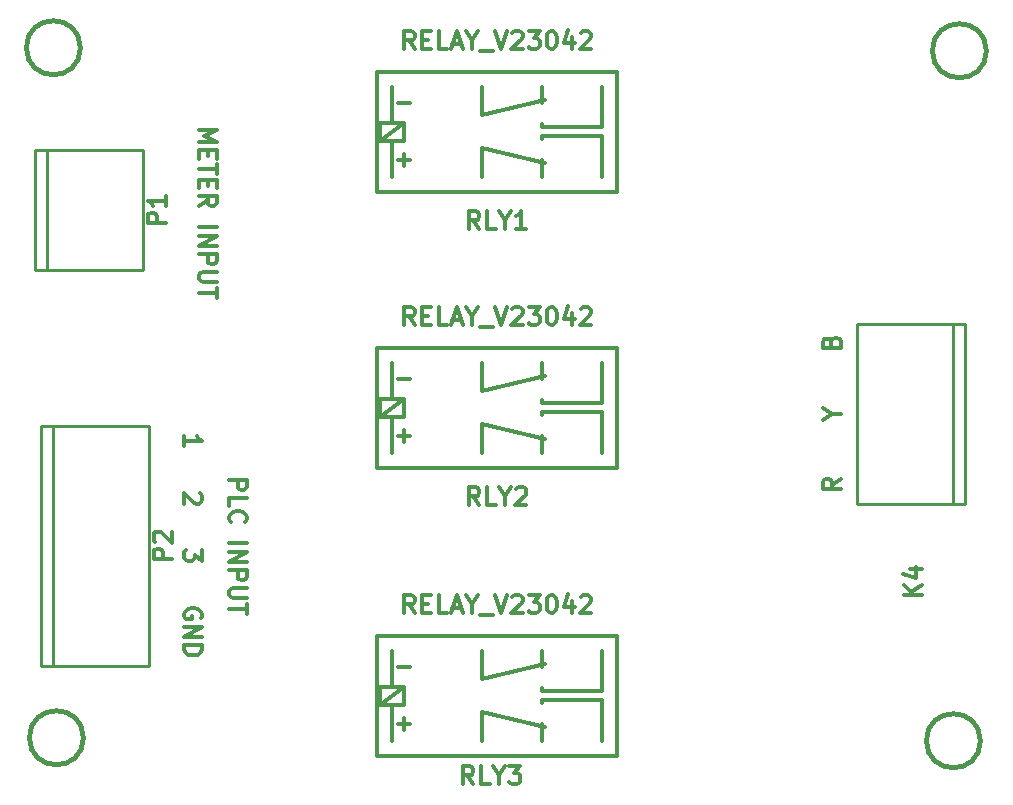
<source format=gto>
G04 (created by PCBNEW (2013-07-07 BZR 4022)-stable) date 5/6/2015 4:58:16 PM*
%MOIN*%
G04 Gerber Fmt 3.4, Leading zero omitted, Abs format*
%FSLAX34Y34*%
G01*
G70*
G90*
G04 APERTURE LIST*
%ADD10C,0.00590551*%
%ADD11C,0.011811*%
%ADD12C,0.012*%
%ADD13C,0.01*%
%ADD14C,0.015*%
G04 APERTURE END LIST*
G54D10*
G54D11*
X55260Y-54606D02*
X55851Y-54606D01*
X55851Y-54831D01*
X55823Y-54887D01*
X55795Y-54915D01*
X55739Y-54943D01*
X55654Y-54943D01*
X55598Y-54915D01*
X55570Y-54887D01*
X55542Y-54831D01*
X55542Y-54606D01*
X55260Y-55478D02*
X55260Y-55197D01*
X55851Y-55197D01*
X55317Y-56012D02*
X55289Y-55984D01*
X55260Y-55900D01*
X55260Y-55843D01*
X55289Y-55759D01*
X55345Y-55703D01*
X55401Y-55675D01*
X55514Y-55647D01*
X55598Y-55647D01*
X55710Y-55675D01*
X55767Y-55703D01*
X55823Y-55759D01*
X55851Y-55843D01*
X55851Y-55900D01*
X55823Y-55984D01*
X55795Y-56012D01*
X55260Y-56715D02*
X55851Y-56715D01*
X55260Y-56996D02*
X55851Y-56996D01*
X55260Y-57334D01*
X55851Y-57334D01*
X55260Y-57615D02*
X55851Y-57615D01*
X55851Y-57840D01*
X55823Y-57896D01*
X55795Y-57924D01*
X55739Y-57952D01*
X55654Y-57952D01*
X55598Y-57924D01*
X55570Y-57896D01*
X55542Y-57840D01*
X55542Y-57615D01*
X55851Y-58206D02*
X55373Y-58206D01*
X55317Y-58234D01*
X55289Y-58262D01*
X55260Y-58318D01*
X55260Y-58431D01*
X55289Y-58487D01*
X55317Y-58515D01*
X55373Y-58543D01*
X55851Y-58543D01*
X55851Y-58740D02*
X55851Y-59077D01*
X55260Y-58909D02*
X55851Y-58909D01*
X54260Y-42944D02*
X54851Y-42944D01*
X54429Y-43140D01*
X54851Y-43337D01*
X54260Y-43337D01*
X54570Y-43619D02*
X54570Y-43815D01*
X54260Y-43900D02*
X54260Y-43619D01*
X54851Y-43619D01*
X54851Y-43900D01*
X54851Y-44068D02*
X54851Y-44406D01*
X54260Y-44237D02*
X54851Y-44237D01*
X54570Y-44603D02*
X54570Y-44800D01*
X54260Y-44884D02*
X54260Y-44603D01*
X54851Y-44603D01*
X54851Y-44884D01*
X54260Y-45475D02*
X54542Y-45278D01*
X54260Y-45137D02*
X54851Y-45137D01*
X54851Y-45362D01*
X54823Y-45418D01*
X54795Y-45446D01*
X54739Y-45475D01*
X54654Y-45475D01*
X54598Y-45446D01*
X54570Y-45418D01*
X54542Y-45362D01*
X54542Y-45137D01*
X54260Y-46178D02*
X54851Y-46178D01*
X54260Y-46459D02*
X54851Y-46459D01*
X54260Y-46796D01*
X54851Y-46796D01*
X54260Y-47077D02*
X54851Y-47077D01*
X54851Y-47302D01*
X54823Y-47359D01*
X54795Y-47387D01*
X54739Y-47415D01*
X54654Y-47415D01*
X54598Y-47387D01*
X54570Y-47359D01*
X54542Y-47302D01*
X54542Y-47077D01*
X54851Y-47668D02*
X54373Y-47668D01*
X54317Y-47696D01*
X54289Y-47724D01*
X54260Y-47780D01*
X54260Y-47893D01*
X54289Y-47949D01*
X54317Y-47977D01*
X54373Y-48005D01*
X54851Y-48005D01*
X54851Y-48202D02*
X54851Y-48540D01*
X54260Y-48371D02*
X54851Y-48371D01*
X53760Y-53481D02*
X53760Y-53144D01*
X53760Y-53312D02*
X54351Y-53312D01*
X54267Y-53256D01*
X54210Y-53200D01*
X54182Y-53144D01*
X54295Y-55056D02*
X54323Y-55084D01*
X54351Y-55140D01*
X54351Y-55281D01*
X54323Y-55337D01*
X54295Y-55365D01*
X54239Y-55393D01*
X54182Y-55393D01*
X54098Y-55365D01*
X53760Y-55028D01*
X53760Y-55393D01*
X54351Y-56940D02*
X54351Y-57306D01*
X54126Y-57109D01*
X54126Y-57193D01*
X54098Y-57249D01*
X54070Y-57278D01*
X54014Y-57306D01*
X53873Y-57306D01*
X53817Y-57278D01*
X53789Y-57249D01*
X53760Y-57193D01*
X53760Y-57024D01*
X53789Y-56968D01*
X53817Y-56940D01*
X54323Y-59218D02*
X54351Y-59162D01*
X54351Y-59077D01*
X54323Y-58993D01*
X54267Y-58937D01*
X54210Y-58909D01*
X54098Y-58880D01*
X54014Y-58880D01*
X53901Y-58909D01*
X53845Y-58937D01*
X53789Y-58993D01*
X53760Y-59077D01*
X53760Y-59134D01*
X53789Y-59218D01*
X53817Y-59246D01*
X54014Y-59246D01*
X54014Y-59134D01*
X53760Y-59499D02*
X54351Y-59499D01*
X53760Y-59837D01*
X54351Y-59837D01*
X53760Y-60118D02*
X54351Y-60118D01*
X54351Y-60258D01*
X54323Y-60343D01*
X54267Y-60399D01*
X54210Y-60427D01*
X54098Y-60455D01*
X54014Y-60455D01*
X53901Y-60427D01*
X53845Y-60399D01*
X53789Y-60343D01*
X53760Y-60258D01*
X53760Y-60118D01*
X75639Y-54565D02*
X75357Y-54762D01*
X75639Y-54902D02*
X75048Y-54902D01*
X75048Y-54677D01*
X75076Y-54621D01*
X75104Y-54593D01*
X75160Y-54565D01*
X75245Y-54565D01*
X75301Y-54593D01*
X75329Y-54621D01*
X75357Y-54677D01*
X75357Y-54902D01*
X75357Y-52400D02*
X75639Y-52400D01*
X75048Y-52596D02*
X75357Y-52400D01*
X75048Y-52203D01*
X75329Y-50009D02*
X75357Y-49925D01*
X75385Y-49897D01*
X75442Y-49869D01*
X75526Y-49869D01*
X75582Y-49897D01*
X75610Y-49925D01*
X75639Y-49981D01*
X75639Y-50206D01*
X75048Y-50206D01*
X75048Y-50009D01*
X75076Y-49953D01*
X75104Y-49925D01*
X75160Y-49897D01*
X75217Y-49897D01*
X75273Y-49925D01*
X75301Y-49953D01*
X75329Y-50009D01*
X75329Y-50206D01*
G54D12*
X65700Y-43150D02*
X65700Y-43250D01*
X65700Y-42850D02*
X65700Y-42750D01*
X63700Y-42450D02*
X65800Y-41950D01*
X65700Y-42050D02*
X65700Y-41500D01*
X67700Y-42850D02*
X65700Y-42850D01*
X67700Y-42850D02*
X67700Y-41500D01*
X63700Y-42450D02*
X63700Y-41500D01*
X63700Y-44500D02*
X63700Y-43550D01*
X63700Y-43550D02*
X65800Y-44050D01*
X67700Y-44500D02*
X67700Y-43150D01*
X67700Y-43150D02*
X65700Y-43150D01*
X65700Y-44500D02*
X65700Y-43950D01*
X61300Y-42050D02*
X60900Y-42050D01*
X61300Y-43950D02*
X60900Y-43950D01*
X61100Y-43750D02*
X61100Y-44150D01*
X60700Y-44500D02*
X60700Y-43300D01*
X60700Y-41500D02*
X60700Y-42700D01*
X60300Y-43300D02*
X61100Y-42700D01*
X60300Y-42700D02*
X61100Y-42700D01*
X61100Y-42700D02*
X61100Y-43300D01*
X61100Y-43300D02*
X60300Y-43300D01*
X60300Y-43300D02*
X60300Y-42700D01*
X60200Y-41000D02*
X60200Y-45000D01*
X60200Y-45000D02*
X68200Y-45000D01*
X68200Y-45000D02*
X68200Y-41000D01*
X68200Y-41000D02*
X60200Y-41000D01*
X65700Y-52350D02*
X65700Y-52450D01*
X65700Y-52050D02*
X65700Y-51950D01*
X63700Y-51650D02*
X65800Y-51150D01*
X65700Y-51250D02*
X65700Y-50700D01*
X67700Y-52050D02*
X65700Y-52050D01*
X67700Y-52050D02*
X67700Y-50700D01*
X63700Y-51650D02*
X63700Y-50700D01*
X63700Y-53700D02*
X63700Y-52750D01*
X63700Y-52750D02*
X65800Y-53250D01*
X67700Y-53700D02*
X67700Y-52350D01*
X67700Y-52350D02*
X65700Y-52350D01*
X65700Y-53700D02*
X65700Y-53150D01*
X61300Y-51250D02*
X60900Y-51250D01*
X61300Y-53150D02*
X60900Y-53150D01*
X61100Y-52950D02*
X61100Y-53350D01*
X60700Y-53700D02*
X60700Y-52500D01*
X60700Y-50700D02*
X60700Y-51900D01*
X60300Y-52500D02*
X61100Y-51900D01*
X60300Y-51900D02*
X61100Y-51900D01*
X61100Y-51900D02*
X61100Y-52500D01*
X61100Y-52500D02*
X60300Y-52500D01*
X60300Y-52500D02*
X60300Y-51900D01*
X60200Y-50200D02*
X60200Y-54200D01*
X60200Y-54200D02*
X68200Y-54200D01*
X68200Y-54200D02*
X68200Y-50200D01*
X68200Y-50200D02*
X60200Y-50200D01*
X65700Y-61950D02*
X65700Y-62050D01*
X65700Y-61650D02*
X65700Y-61550D01*
X63700Y-61250D02*
X65800Y-60750D01*
X65700Y-60850D02*
X65700Y-60300D01*
X67700Y-61650D02*
X65700Y-61650D01*
X67700Y-61650D02*
X67700Y-60300D01*
X63700Y-61250D02*
X63700Y-60300D01*
X63700Y-63300D02*
X63700Y-62350D01*
X63700Y-62350D02*
X65800Y-62850D01*
X67700Y-63300D02*
X67700Y-61950D01*
X67700Y-61950D02*
X65700Y-61950D01*
X65700Y-63300D02*
X65700Y-62750D01*
X61300Y-60850D02*
X60900Y-60850D01*
X61300Y-62750D02*
X60900Y-62750D01*
X61100Y-62550D02*
X61100Y-62950D01*
X60700Y-63300D02*
X60700Y-62100D01*
X60700Y-60300D02*
X60700Y-61500D01*
X60300Y-62100D02*
X61100Y-61500D01*
X60300Y-61500D02*
X61100Y-61500D01*
X61100Y-61500D02*
X61100Y-62100D01*
X61100Y-62100D02*
X60300Y-62100D01*
X60300Y-62100D02*
X60300Y-61500D01*
X60200Y-59800D02*
X60200Y-63800D01*
X60200Y-63800D02*
X68200Y-63800D01*
X68200Y-63800D02*
X68200Y-59800D01*
X68200Y-59800D02*
X60200Y-59800D01*
G54D13*
X79800Y-55400D02*
X79400Y-55400D01*
X79400Y-55400D02*
X79400Y-49400D01*
X79400Y-49400D02*
X79800Y-49400D01*
X79800Y-49400D02*
X79800Y-55400D01*
X76200Y-55400D02*
X76500Y-55400D01*
X76200Y-55400D02*
X76200Y-49400D01*
X76200Y-49400D02*
X76500Y-49400D01*
X79500Y-55400D02*
X76500Y-55400D01*
X79500Y-49400D02*
X76500Y-49400D01*
X52100Y-47600D02*
X52400Y-47600D01*
X52400Y-47600D02*
X52400Y-43600D01*
X52400Y-43600D02*
X52100Y-43600D01*
X48800Y-47600D02*
X48800Y-43600D01*
X48800Y-43600D02*
X49200Y-43600D01*
X49200Y-43600D02*
X49200Y-47600D01*
X49200Y-47600D02*
X48800Y-47600D01*
X49100Y-47600D02*
X52100Y-47600D01*
X52100Y-43600D02*
X49100Y-43600D01*
X49000Y-60800D02*
X49000Y-52800D01*
X52600Y-60800D02*
X52600Y-52800D01*
X49400Y-52800D02*
X49400Y-60800D01*
X52600Y-60800D02*
X49000Y-60800D01*
X49000Y-52800D02*
X49400Y-52800D01*
X52600Y-52800D02*
X52300Y-52800D01*
X49300Y-52800D02*
X52300Y-52800D01*
G54D14*
X80500Y-40300D02*
G75*
G03X80500Y-40300I-900J0D01*
G74*
G01*
X80300Y-63300D02*
G75*
G03X80300Y-63300I-900J0D01*
G74*
G01*
X50300Y-40200D02*
G75*
G03X50300Y-40200I-900J0D01*
G74*
G01*
X50400Y-63200D02*
G75*
G03X50400Y-63200I-900J0D01*
G74*
G01*
G54D12*
X63600Y-46242D02*
X63400Y-45957D01*
X63257Y-46242D02*
X63257Y-45642D01*
X63485Y-45642D01*
X63542Y-45671D01*
X63571Y-45700D01*
X63600Y-45757D01*
X63600Y-45842D01*
X63571Y-45900D01*
X63542Y-45928D01*
X63485Y-45957D01*
X63257Y-45957D01*
X64142Y-46242D02*
X63857Y-46242D01*
X63857Y-45642D01*
X64457Y-45957D02*
X64457Y-46242D01*
X64257Y-45642D02*
X64457Y-45957D01*
X64657Y-45642D01*
X65171Y-46242D02*
X64828Y-46242D01*
X65000Y-46242D02*
X65000Y-45642D01*
X64942Y-45728D01*
X64885Y-45785D01*
X64828Y-45814D01*
X61442Y-40242D02*
X61242Y-39957D01*
X61099Y-40242D02*
X61099Y-39642D01*
X61328Y-39642D01*
X61385Y-39671D01*
X61414Y-39700D01*
X61442Y-39757D01*
X61442Y-39842D01*
X61414Y-39900D01*
X61385Y-39928D01*
X61328Y-39957D01*
X61099Y-39957D01*
X61699Y-39928D02*
X61899Y-39928D01*
X61985Y-40242D02*
X61699Y-40242D01*
X61699Y-39642D01*
X61985Y-39642D01*
X62528Y-40242D02*
X62242Y-40242D01*
X62242Y-39642D01*
X62699Y-40071D02*
X62985Y-40071D01*
X62642Y-40242D02*
X62842Y-39642D01*
X63042Y-40242D01*
X63357Y-39957D02*
X63357Y-40242D01*
X63157Y-39642D02*
X63357Y-39957D01*
X63557Y-39642D01*
X63614Y-40300D02*
X64071Y-40300D01*
X64128Y-39642D02*
X64328Y-40242D01*
X64528Y-39642D01*
X64700Y-39700D02*
X64728Y-39671D01*
X64785Y-39642D01*
X64928Y-39642D01*
X64985Y-39671D01*
X65014Y-39700D01*
X65042Y-39757D01*
X65042Y-39814D01*
X65014Y-39900D01*
X64671Y-40242D01*
X65042Y-40242D01*
X65242Y-39642D02*
X65614Y-39642D01*
X65414Y-39871D01*
X65500Y-39871D01*
X65557Y-39900D01*
X65585Y-39928D01*
X65614Y-39985D01*
X65614Y-40128D01*
X65585Y-40185D01*
X65557Y-40214D01*
X65500Y-40242D01*
X65328Y-40242D01*
X65271Y-40214D01*
X65242Y-40185D01*
X65985Y-39642D02*
X66042Y-39642D01*
X66100Y-39671D01*
X66128Y-39700D01*
X66157Y-39757D01*
X66185Y-39871D01*
X66185Y-40014D01*
X66157Y-40128D01*
X66128Y-40185D01*
X66100Y-40214D01*
X66042Y-40242D01*
X65985Y-40242D01*
X65928Y-40214D01*
X65900Y-40185D01*
X65871Y-40128D01*
X65842Y-40014D01*
X65842Y-39871D01*
X65871Y-39757D01*
X65900Y-39700D01*
X65928Y-39671D01*
X65985Y-39642D01*
X66700Y-39842D02*
X66700Y-40242D01*
X66557Y-39614D02*
X66414Y-40042D01*
X66785Y-40042D01*
X66985Y-39700D02*
X67014Y-39671D01*
X67071Y-39642D01*
X67214Y-39642D01*
X67271Y-39671D01*
X67300Y-39700D01*
X67328Y-39757D01*
X67328Y-39814D01*
X67300Y-39900D01*
X66957Y-40242D01*
X67328Y-40242D01*
X63600Y-55442D02*
X63400Y-55157D01*
X63257Y-55442D02*
X63257Y-54842D01*
X63485Y-54842D01*
X63542Y-54871D01*
X63571Y-54900D01*
X63600Y-54957D01*
X63600Y-55042D01*
X63571Y-55100D01*
X63542Y-55128D01*
X63485Y-55157D01*
X63257Y-55157D01*
X64142Y-55442D02*
X63857Y-55442D01*
X63857Y-54842D01*
X64457Y-55157D02*
X64457Y-55442D01*
X64257Y-54842D02*
X64457Y-55157D01*
X64657Y-54842D01*
X64828Y-54900D02*
X64857Y-54871D01*
X64914Y-54842D01*
X65057Y-54842D01*
X65114Y-54871D01*
X65142Y-54900D01*
X65171Y-54957D01*
X65171Y-55014D01*
X65142Y-55100D01*
X64800Y-55442D01*
X65171Y-55442D01*
X61442Y-49442D02*
X61242Y-49157D01*
X61099Y-49442D02*
X61099Y-48842D01*
X61328Y-48842D01*
X61385Y-48871D01*
X61414Y-48900D01*
X61442Y-48957D01*
X61442Y-49042D01*
X61414Y-49100D01*
X61385Y-49128D01*
X61328Y-49157D01*
X61099Y-49157D01*
X61699Y-49128D02*
X61899Y-49128D01*
X61985Y-49442D02*
X61699Y-49442D01*
X61699Y-48842D01*
X61985Y-48842D01*
X62528Y-49442D02*
X62242Y-49442D01*
X62242Y-48842D01*
X62699Y-49271D02*
X62985Y-49271D01*
X62642Y-49442D02*
X62842Y-48842D01*
X63042Y-49442D01*
X63357Y-49157D02*
X63357Y-49442D01*
X63157Y-48842D02*
X63357Y-49157D01*
X63557Y-48842D01*
X63614Y-49500D02*
X64071Y-49500D01*
X64128Y-48842D02*
X64328Y-49442D01*
X64528Y-48842D01*
X64700Y-48900D02*
X64728Y-48871D01*
X64785Y-48842D01*
X64928Y-48842D01*
X64985Y-48871D01*
X65014Y-48900D01*
X65042Y-48957D01*
X65042Y-49014D01*
X65014Y-49100D01*
X64671Y-49442D01*
X65042Y-49442D01*
X65242Y-48842D02*
X65614Y-48842D01*
X65414Y-49071D01*
X65500Y-49071D01*
X65557Y-49100D01*
X65585Y-49128D01*
X65614Y-49185D01*
X65614Y-49328D01*
X65585Y-49385D01*
X65557Y-49414D01*
X65500Y-49442D01*
X65328Y-49442D01*
X65271Y-49414D01*
X65242Y-49385D01*
X65985Y-48842D02*
X66042Y-48842D01*
X66100Y-48871D01*
X66128Y-48900D01*
X66157Y-48957D01*
X66185Y-49071D01*
X66185Y-49214D01*
X66157Y-49328D01*
X66128Y-49385D01*
X66100Y-49414D01*
X66042Y-49442D01*
X65985Y-49442D01*
X65928Y-49414D01*
X65900Y-49385D01*
X65871Y-49328D01*
X65842Y-49214D01*
X65842Y-49071D01*
X65871Y-48957D01*
X65900Y-48900D01*
X65928Y-48871D01*
X65985Y-48842D01*
X66700Y-49042D02*
X66700Y-49442D01*
X66557Y-48814D02*
X66414Y-49242D01*
X66785Y-49242D01*
X66985Y-48900D02*
X67014Y-48871D01*
X67071Y-48842D01*
X67214Y-48842D01*
X67271Y-48871D01*
X67300Y-48900D01*
X67328Y-48957D01*
X67328Y-49014D01*
X67300Y-49100D01*
X66957Y-49442D01*
X67328Y-49442D01*
X63400Y-64742D02*
X63200Y-64457D01*
X63057Y-64742D02*
X63057Y-64142D01*
X63285Y-64142D01*
X63342Y-64171D01*
X63371Y-64200D01*
X63400Y-64257D01*
X63400Y-64342D01*
X63371Y-64400D01*
X63342Y-64428D01*
X63285Y-64457D01*
X63057Y-64457D01*
X63942Y-64742D02*
X63657Y-64742D01*
X63657Y-64142D01*
X64257Y-64457D02*
X64257Y-64742D01*
X64057Y-64142D02*
X64257Y-64457D01*
X64457Y-64142D01*
X64600Y-64142D02*
X64971Y-64142D01*
X64771Y-64371D01*
X64857Y-64371D01*
X64914Y-64400D01*
X64942Y-64428D01*
X64971Y-64485D01*
X64971Y-64628D01*
X64942Y-64685D01*
X64914Y-64714D01*
X64857Y-64742D01*
X64685Y-64742D01*
X64628Y-64714D01*
X64600Y-64685D01*
X61442Y-59042D02*
X61242Y-58757D01*
X61099Y-59042D02*
X61099Y-58442D01*
X61328Y-58442D01*
X61385Y-58471D01*
X61414Y-58500D01*
X61442Y-58557D01*
X61442Y-58642D01*
X61414Y-58700D01*
X61385Y-58728D01*
X61328Y-58757D01*
X61099Y-58757D01*
X61699Y-58728D02*
X61899Y-58728D01*
X61985Y-59042D02*
X61699Y-59042D01*
X61699Y-58442D01*
X61985Y-58442D01*
X62528Y-59042D02*
X62242Y-59042D01*
X62242Y-58442D01*
X62699Y-58871D02*
X62985Y-58871D01*
X62642Y-59042D02*
X62842Y-58442D01*
X63042Y-59042D01*
X63357Y-58757D02*
X63357Y-59042D01*
X63157Y-58442D02*
X63357Y-58757D01*
X63557Y-58442D01*
X63614Y-59100D02*
X64071Y-59100D01*
X64128Y-58442D02*
X64328Y-59042D01*
X64528Y-58442D01*
X64700Y-58500D02*
X64728Y-58471D01*
X64785Y-58442D01*
X64928Y-58442D01*
X64985Y-58471D01*
X65014Y-58500D01*
X65042Y-58557D01*
X65042Y-58614D01*
X65014Y-58700D01*
X64671Y-59042D01*
X65042Y-59042D01*
X65242Y-58442D02*
X65614Y-58442D01*
X65414Y-58671D01*
X65500Y-58671D01*
X65557Y-58700D01*
X65585Y-58728D01*
X65614Y-58785D01*
X65614Y-58928D01*
X65585Y-58985D01*
X65557Y-59014D01*
X65500Y-59042D01*
X65328Y-59042D01*
X65271Y-59014D01*
X65242Y-58985D01*
X65985Y-58442D02*
X66042Y-58442D01*
X66100Y-58471D01*
X66128Y-58500D01*
X66157Y-58557D01*
X66185Y-58671D01*
X66185Y-58814D01*
X66157Y-58928D01*
X66128Y-58985D01*
X66100Y-59014D01*
X66042Y-59042D01*
X65985Y-59042D01*
X65928Y-59014D01*
X65900Y-58985D01*
X65871Y-58928D01*
X65842Y-58814D01*
X65842Y-58671D01*
X65871Y-58557D01*
X65900Y-58500D01*
X65928Y-58471D01*
X65985Y-58442D01*
X66700Y-58642D02*
X66700Y-59042D01*
X66557Y-58414D02*
X66414Y-58842D01*
X66785Y-58842D01*
X66985Y-58500D02*
X67014Y-58471D01*
X67071Y-58442D01*
X67214Y-58442D01*
X67271Y-58471D01*
X67300Y-58500D01*
X67328Y-58557D01*
X67328Y-58614D01*
X67300Y-58700D01*
X66957Y-59042D01*
X67328Y-59042D01*
X78342Y-58442D02*
X77742Y-58442D01*
X78342Y-58100D02*
X78000Y-58357D01*
X77742Y-58100D02*
X78085Y-58442D01*
X77942Y-57585D02*
X78342Y-57585D01*
X77714Y-57728D02*
X78142Y-57871D01*
X78142Y-57500D01*
X53142Y-46042D02*
X52542Y-46042D01*
X52542Y-45814D01*
X52571Y-45757D01*
X52600Y-45728D01*
X52657Y-45700D01*
X52742Y-45700D01*
X52800Y-45728D01*
X52828Y-45757D01*
X52857Y-45814D01*
X52857Y-46042D01*
X53142Y-45128D02*
X53142Y-45471D01*
X53142Y-45300D02*
X52542Y-45300D01*
X52628Y-45357D01*
X52685Y-45414D01*
X52714Y-45471D01*
X53342Y-57242D02*
X52742Y-57242D01*
X52742Y-57014D01*
X52771Y-56957D01*
X52800Y-56928D01*
X52857Y-56900D01*
X52942Y-56900D01*
X53000Y-56928D01*
X53028Y-56957D01*
X53057Y-57014D01*
X53057Y-57242D01*
X52800Y-56671D02*
X52771Y-56642D01*
X52742Y-56585D01*
X52742Y-56442D01*
X52771Y-56385D01*
X52800Y-56357D01*
X52857Y-56328D01*
X52914Y-56328D01*
X53000Y-56357D01*
X53342Y-56700D01*
X53342Y-56328D01*
M02*

</source>
